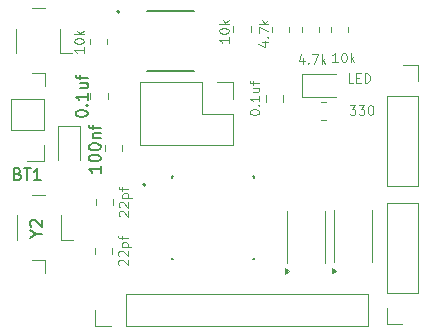
<source format=gbr>
%TF.GenerationSoftware,KiCad,Pcbnew,9.0.2*%
%TF.CreationDate,2025-07-25T22:05:18+05:30*%
%TF.ProjectId,mcu,6d63752e-6b69-4636-9164-5f7063625858,rev?*%
%TF.SameCoordinates,Original*%
%TF.FileFunction,Legend,Top*%
%TF.FilePolarity,Positive*%
%FSLAX46Y46*%
G04 Gerber Fmt 4.6, Leading zero omitted, Abs format (unit mm)*
G04 Created by KiCad (PCBNEW 9.0.2) date 2025-07-25 22:05:18*
%MOMM*%
%LPD*%
G01*
G04 APERTURE LIST*
%ADD10C,0.090000*%
%ADD11C,0.150000*%
%ADD12C,0.120000*%
%ADD13C,0.127000*%
%ADD14C,0.200000*%
G04 APERTURE END LIST*
D10*
X113235415Y-102136190D02*
X113235415Y-102593333D01*
X113235415Y-102364761D02*
X112435415Y-102364761D01*
X112435415Y-102364761D02*
X112549700Y-102440952D01*
X112549700Y-102440952D02*
X112625891Y-102517142D01*
X112625891Y-102517142D02*
X112663986Y-102593333D01*
X112435415Y-101640951D02*
X112435415Y-101564761D01*
X112435415Y-101564761D02*
X112473510Y-101488570D01*
X112473510Y-101488570D02*
X112511605Y-101450475D01*
X112511605Y-101450475D02*
X112587796Y-101412380D01*
X112587796Y-101412380D02*
X112740177Y-101374285D01*
X112740177Y-101374285D02*
X112930653Y-101374285D01*
X112930653Y-101374285D02*
X113083034Y-101412380D01*
X113083034Y-101412380D02*
X113159224Y-101450475D01*
X113159224Y-101450475D02*
X113197320Y-101488570D01*
X113197320Y-101488570D02*
X113235415Y-101564761D01*
X113235415Y-101564761D02*
X113235415Y-101640951D01*
X113235415Y-101640951D02*
X113197320Y-101717142D01*
X113197320Y-101717142D02*
X113159224Y-101755237D01*
X113159224Y-101755237D02*
X113083034Y-101793332D01*
X113083034Y-101793332D02*
X112930653Y-101831428D01*
X112930653Y-101831428D02*
X112740177Y-101831428D01*
X112740177Y-101831428D02*
X112587796Y-101793332D01*
X112587796Y-101793332D02*
X112511605Y-101755237D01*
X112511605Y-101755237D02*
X112473510Y-101717142D01*
X112473510Y-101717142D02*
X112435415Y-101640951D01*
X113235415Y-101031427D02*
X112435415Y-101031427D01*
X112930653Y-100955237D02*
X113235415Y-100726665D01*
X112702081Y-100726665D02*
X113006843Y-101031427D01*
X116022081Y-102552856D02*
X116555415Y-102552856D01*
X115717320Y-102743332D02*
X116288748Y-102933809D01*
X116288748Y-102933809D02*
X116288748Y-102438570D01*
X116479224Y-102133808D02*
X116517320Y-102095713D01*
X116517320Y-102095713D02*
X116555415Y-102133808D01*
X116555415Y-102133808D02*
X116517320Y-102171904D01*
X116517320Y-102171904D02*
X116479224Y-102133808D01*
X116479224Y-102133808D02*
X116555415Y-102133808D01*
X115755415Y-101829047D02*
X115755415Y-101295713D01*
X115755415Y-101295713D02*
X116555415Y-101638571D01*
X116555415Y-100990951D02*
X115755415Y-100990951D01*
X116250653Y-100914761D02*
X116555415Y-100686189D01*
X116022081Y-100686189D02*
X116326843Y-100990951D01*
D11*
X102364819Y-113044762D02*
X102364819Y-113616190D01*
X102364819Y-113330476D02*
X101364819Y-113330476D01*
X101364819Y-113330476D02*
X101507676Y-113425714D01*
X101507676Y-113425714D02*
X101602914Y-113520952D01*
X101602914Y-113520952D02*
X101650533Y-113616190D01*
X101364819Y-112425714D02*
X101364819Y-112330476D01*
X101364819Y-112330476D02*
X101412438Y-112235238D01*
X101412438Y-112235238D02*
X101460057Y-112187619D01*
X101460057Y-112187619D02*
X101555295Y-112140000D01*
X101555295Y-112140000D02*
X101745771Y-112092381D01*
X101745771Y-112092381D02*
X101983866Y-112092381D01*
X101983866Y-112092381D02*
X102174342Y-112140000D01*
X102174342Y-112140000D02*
X102269580Y-112187619D01*
X102269580Y-112187619D02*
X102317200Y-112235238D01*
X102317200Y-112235238D02*
X102364819Y-112330476D01*
X102364819Y-112330476D02*
X102364819Y-112425714D01*
X102364819Y-112425714D02*
X102317200Y-112520952D01*
X102317200Y-112520952D02*
X102269580Y-112568571D01*
X102269580Y-112568571D02*
X102174342Y-112616190D01*
X102174342Y-112616190D02*
X101983866Y-112663809D01*
X101983866Y-112663809D02*
X101745771Y-112663809D01*
X101745771Y-112663809D02*
X101555295Y-112616190D01*
X101555295Y-112616190D02*
X101460057Y-112568571D01*
X101460057Y-112568571D02*
X101412438Y-112520952D01*
X101412438Y-112520952D02*
X101364819Y-112425714D01*
X101364819Y-111473333D02*
X101364819Y-111378095D01*
X101364819Y-111378095D02*
X101412438Y-111282857D01*
X101412438Y-111282857D02*
X101460057Y-111235238D01*
X101460057Y-111235238D02*
X101555295Y-111187619D01*
X101555295Y-111187619D02*
X101745771Y-111140000D01*
X101745771Y-111140000D02*
X101983866Y-111140000D01*
X101983866Y-111140000D02*
X102174342Y-111187619D01*
X102174342Y-111187619D02*
X102269580Y-111235238D01*
X102269580Y-111235238D02*
X102317200Y-111282857D01*
X102317200Y-111282857D02*
X102364819Y-111378095D01*
X102364819Y-111378095D02*
X102364819Y-111473333D01*
X102364819Y-111473333D02*
X102317200Y-111568571D01*
X102317200Y-111568571D02*
X102269580Y-111616190D01*
X102269580Y-111616190D02*
X102174342Y-111663809D01*
X102174342Y-111663809D02*
X101983866Y-111711428D01*
X101983866Y-111711428D02*
X101745771Y-111711428D01*
X101745771Y-111711428D02*
X101555295Y-111663809D01*
X101555295Y-111663809D02*
X101460057Y-111616190D01*
X101460057Y-111616190D02*
X101412438Y-111568571D01*
X101412438Y-111568571D02*
X101364819Y-111473333D01*
X101698152Y-110711428D02*
X102364819Y-110711428D01*
X101793390Y-110711428D02*
X101745771Y-110663809D01*
X101745771Y-110663809D02*
X101698152Y-110568571D01*
X101698152Y-110568571D02*
X101698152Y-110425714D01*
X101698152Y-110425714D02*
X101745771Y-110330476D01*
X101745771Y-110330476D02*
X101841009Y-110282857D01*
X101841009Y-110282857D02*
X102364819Y-110282857D01*
X101698152Y-109949523D02*
X101698152Y-109568571D01*
X102364819Y-109806666D02*
X101507676Y-109806666D01*
X101507676Y-109806666D02*
X101412438Y-109759047D01*
X101412438Y-109759047D02*
X101364819Y-109663809D01*
X101364819Y-109663809D02*
X101364819Y-109568571D01*
D10*
X119527143Y-103872081D02*
X119527143Y-104405415D01*
X119336667Y-103567320D02*
X119146190Y-104138748D01*
X119146190Y-104138748D02*
X119641429Y-104138748D01*
X119946191Y-104329224D02*
X119984286Y-104367320D01*
X119984286Y-104367320D02*
X119946191Y-104405415D01*
X119946191Y-104405415D02*
X119908095Y-104367320D01*
X119908095Y-104367320D02*
X119946191Y-104329224D01*
X119946191Y-104329224D02*
X119946191Y-104405415D01*
X120250952Y-103605415D02*
X120784286Y-103605415D01*
X120784286Y-103605415D02*
X120441428Y-104405415D01*
X121089048Y-104405415D02*
X121089048Y-103605415D01*
X121165238Y-104100653D02*
X121393810Y-104405415D01*
X121393810Y-103872081D02*
X121089048Y-104176843D01*
X103961605Y-121432500D02*
X103923510Y-121394404D01*
X103923510Y-121394404D02*
X103885415Y-121318214D01*
X103885415Y-121318214D02*
X103885415Y-121127738D01*
X103885415Y-121127738D02*
X103923510Y-121051547D01*
X103923510Y-121051547D02*
X103961605Y-121013452D01*
X103961605Y-121013452D02*
X104037796Y-120975357D01*
X104037796Y-120975357D02*
X104113986Y-120975357D01*
X104113986Y-120975357D02*
X104228272Y-121013452D01*
X104228272Y-121013452D02*
X104685415Y-121470595D01*
X104685415Y-121470595D02*
X104685415Y-120975357D01*
X103961605Y-120670595D02*
X103923510Y-120632499D01*
X103923510Y-120632499D02*
X103885415Y-120556309D01*
X103885415Y-120556309D02*
X103885415Y-120365833D01*
X103885415Y-120365833D02*
X103923510Y-120289642D01*
X103923510Y-120289642D02*
X103961605Y-120251547D01*
X103961605Y-120251547D02*
X104037796Y-120213452D01*
X104037796Y-120213452D02*
X104113986Y-120213452D01*
X104113986Y-120213452D02*
X104228272Y-120251547D01*
X104228272Y-120251547D02*
X104685415Y-120708690D01*
X104685415Y-120708690D02*
X104685415Y-120213452D01*
X104152081Y-119870594D02*
X104952081Y-119870594D01*
X104190177Y-119870594D02*
X104152081Y-119794404D01*
X104152081Y-119794404D02*
X104152081Y-119642023D01*
X104152081Y-119642023D02*
X104190177Y-119565832D01*
X104190177Y-119565832D02*
X104228272Y-119527737D01*
X104228272Y-119527737D02*
X104304462Y-119489642D01*
X104304462Y-119489642D02*
X104533034Y-119489642D01*
X104533034Y-119489642D02*
X104609224Y-119527737D01*
X104609224Y-119527737D02*
X104647320Y-119565832D01*
X104647320Y-119565832D02*
X104685415Y-119642023D01*
X104685415Y-119642023D02*
X104685415Y-119794404D01*
X104685415Y-119794404D02*
X104647320Y-119870594D01*
X104152081Y-119261070D02*
X104152081Y-118956308D01*
X104685415Y-119146784D02*
X103999700Y-119146784D01*
X103999700Y-119146784D02*
X103923510Y-119108689D01*
X103923510Y-119108689D02*
X103885415Y-119032499D01*
X103885415Y-119032499D02*
X103885415Y-118956308D01*
X100925415Y-103006190D02*
X100925415Y-103463333D01*
X100925415Y-103234761D02*
X100125415Y-103234761D01*
X100125415Y-103234761D02*
X100239700Y-103310952D01*
X100239700Y-103310952D02*
X100315891Y-103387142D01*
X100315891Y-103387142D02*
X100353986Y-103463333D01*
X100125415Y-102510951D02*
X100125415Y-102434761D01*
X100125415Y-102434761D02*
X100163510Y-102358570D01*
X100163510Y-102358570D02*
X100201605Y-102320475D01*
X100201605Y-102320475D02*
X100277796Y-102282380D01*
X100277796Y-102282380D02*
X100430177Y-102244285D01*
X100430177Y-102244285D02*
X100620653Y-102244285D01*
X100620653Y-102244285D02*
X100773034Y-102282380D01*
X100773034Y-102282380D02*
X100849224Y-102320475D01*
X100849224Y-102320475D02*
X100887320Y-102358570D01*
X100887320Y-102358570D02*
X100925415Y-102434761D01*
X100925415Y-102434761D02*
X100925415Y-102510951D01*
X100925415Y-102510951D02*
X100887320Y-102587142D01*
X100887320Y-102587142D02*
X100849224Y-102625237D01*
X100849224Y-102625237D02*
X100773034Y-102663332D01*
X100773034Y-102663332D02*
X100620653Y-102701428D01*
X100620653Y-102701428D02*
X100430177Y-102701428D01*
X100430177Y-102701428D02*
X100277796Y-102663332D01*
X100277796Y-102663332D02*
X100201605Y-102625237D01*
X100201605Y-102625237D02*
X100163510Y-102587142D01*
X100163510Y-102587142D02*
X100125415Y-102510951D01*
X100925415Y-101901427D02*
X100125415Y-101901427D01*
X100620653Y-101825237D02*
X100925415Y-101596665D01*
X100392081Y-101596665D02*
X100696843Y-101901427D01*
X122453809Y-104255415D02*
X121996666Y-104255415D01*
X122225238Y-104255415D02*
X122225238Y-103455415D01*
X122225238Y-103455415D02*
X122149047Y-103569700D01*
X122149047Y-103569700D02*
X122072857Y-103645891D01*
X122072857Y-103645891D02*
X121996666Y-103683986D01*
X122949048Y-103455415D02*
X123025238Y-103455415D01*
X123025238Y-103455415D02*
X123101429Y-103493510D01*
X123101429Y-103493510D02*
X123139524Y-103531605D01*
X123139524Y-103531605D02*
X123177619Y-103607796D01*
X123177619Y-103607796D02*
X123215714Y-103760177D01*
X123215714Y-103760177D02*
X123215714Y-103950653D01*
X123215714Y-103950653D02*
X123177619Y-104103034D01*
X123177619Y-104103034D02*
X123139524Y-104179224D01*
X123139524Y-104179224D02*
X123101429Y-104217320D01*
X123101429Y-104217320D02*
X123025238Y-104255415D01*
X123025238Y-104255415D02*
X122949048Y-104255415D01*
X122949048Y-104255415D02*
X122872857Y-104217320D01*
X122872857Y-104217320D02*
X122834762Y-104179224D01*
X122834762Y-104179224D02*
X122796667Y-104103034D01*
X122796667Y-104103034D02*
X122758571Y-103950653D01*
X122758571Y-103950653D02*
X122758571Y-103760177D01*
X122758571Y-103760177D02*
X122796667Y-103607796D01*
X122796667Y-103607796D02*
X122834762Y-103531605D01*
X122834762Y-103531605D02*
X122872857Y-103493510D01*
X122872857Y-103493510D02*
X122949048Y-103455415D01*
X123558572Y-104255415D02*
X123558572Y-103455415D01*
X123634762Y-103950653D02*
X123863334Y-104255415D01*
X123863334Y-103722081D02*
X123558572Y-104026843D01*
X123451428Y-107925415D02*
X123946666Y-107925415D01*
X123946666Y-107925415D02*
X123680000Y-108230177D01*
X123680000Y-108230177D02*
X123794285Y-108230177D01*
X123794285Y-108230177D02*
X123870476Y-108268272D01*
X123870476Y-108268272D02*
X123908571Y-108306367D01*
X123908571Y-108306367D02*
X123946666Y-108382558D01*
X123946666Y-108382558D02*
X123946666Y-108573034D01*
X123946666Y-108573034D02*
X123908571Y-108649224D01*
X123908571Y-108649224D02*
X123870476Y-108687320D01*
X123870476Y-108687320D02*
X123794285Y-108725415D01*
X123794285Y-108725415D02*
X123565714Y-108725415D01*
X123565714Y-108725415D02*
X123489523Y-108687320D01*
X123489523Y-108687320D02*
X123451428Y-108649224D01*
X124213333Y-107925415D02*
X124708571Y-107925415D01*
X124708571Y-107925415D02*
X124441905Y-108230177D01*
X124441905Y-108230177D02*
X124556190Y-108230177D01*
X124556190Y-108230177D02*
X124632381Y-108268272D01*
X124632381Y-108268272D02*
X124670476Y-108306367D01*
X124670476Y-108306367D02*
X124708571Y-108382558D01*
X124708571Y-108382558D02*
X124708571Y-108573034D01*
X124708571Y-108573034D02*
X124670476Y-108649224D01*
X124670476Y-108649224D02*
X124632381Y-108687320D01*
X124632381Y-108687320D02*
X124556190Y-108725415D01*
X124556190Y-108725415D02*
X124327619Y-108725415D01*
X124327619Y-108725415D02*
X124251428Y-108687320D01*
X124251428Y-108687320D02*
X124213333Y-108649224D01*
X125203810Y-107925415D02*
X125280000Y-107925415D01*
X125280000Y-107925415D02*
X125356191Y-107963510D01*
X125356191Y-107963510D02*
X125394286Y-108001605D01*
X125394286Y-108001605D02*
X125432381Y-108077796D01*
X125432381Y-108077796D02*
X125470476Y-108230177D01*
X125470476Y-108230177D02*
X125470476Y-108420653D01*
X125470476Y-108420653D02*
X125432381Y-108573034D01*
X125432381Y-108573034D02*
X125394286Y-108649224D01*
X125394286Y-108649224D02*
X125356191Y-108687320D01*
X125356191Y-108687320D02*
X125280000Y-108725415D01*
X125280000Y-108725415D02*
X125203810Y-108725415D01*
X125203810Y-108725415D02*
X125127619Y-108687320D01*
X125127619Y-108687320D02*
X125089524Y-108649224D01*
X125089524Y-108649224D02*
X125051429Y-108573034D01*
X125051429Y-108573034D02*
X125013333Y-108420653D01*
X125013333Y-108420653D02*
X125013333Y-108230177D01*
X125013333Y-108230177D02*
X125051429Y-108077796D01*
X125051429Y-108077796D02*
X125089524Y-108001605D01*
X125089524Y-108001605D02*
X125127619Y-107963510D01*
X125127619Y-107963510D02*
X125203810Y-107925415D01*
X104001605Y-117310000D02*
X103963510Y-117271904D01*
X103963510Y-117271904D02*
X103925415Y-117195714D01*
X103925415Y-117195714D02*
X103925415Y-117005238D01*
X103925415Y-117005238D02*
X103963510Y-116929047D01*
X103963510Y-116929047D02*
X104001605Y-116890952D01*
X104001605Y-116890952D02*
X104077796Y-116852857D01*
X104077796Y-116852857D02*
X104153986Y-116852857D01*
X104153986Y-116852857D02*
X104268272Y-116890952D01*
X104268272Y-116890952D02*
X104725415Y-117348095D01*
X104725415Y-117348095D02*
X104725415Y-116852857D01*
X104001605Y-116548095D02*
X103963510Y-116509999D01*
X103963510Y-116509999D02*
X103925415Y-116433809D01*
X103925415Y-116433809D02*
X103925415Y-116243333D01*
X103925415Y-116243333D02*
X103963510Y-116167142D01*
X103963510Y-116167142D02*
X104001605Y-116129047D01*
X104001605Y-116129047D02*
X104077796Y-116090952D01*
X104077796Y-116090952D02*
X104153986Y-116090952D01*
X104153986Y-116090952D02*
X104268272Y-116129047D01*
X104268272Y-116129047D02*
X104725415Y-116586190D01*
X104725415Y-116586190D02*
X104725415Y-116090952D01*
X104192081Y-115748094D02*
X104992081Y-115748094D01*
X104230177Y-115748094D02*
X104192081Y-115671904D01*
X104192081Y-115671904D02*
X104192081Y-115519523D01*
X104192081Y-115519523D02*
X104230177Y-115443332D01*
X104230177Y-115443332D02*
X104268272Y-115405237D01*
X104268272Y-115405237D02*
X104344462Y-115367142D01*
X104344462Y-115367142D02*
X104573034Y-115367142D01*
X104573034Y-115367142D02*
X104649224Y-115405237D01*
X104649224Y-115405237D02*
X104687320Y-115443332D01*
X104687320Y-115443332D02*
X104725415Y-115519523D01*
X104725415Y-115519523D02*
X104725415Y-115671904D01*
X104725415Y-115671904D02*
X104687320Y-115748094D01*
X104192081Y-115138570D02*
X104192081Y-114833808D01*
X104725415Y-115024284D02*
X104039700Y-115024284D01*
X104039700Y-115024284D02*
X103963510Y-114986189D01*
X103963510Y-114986189D02*
X103925415Y-114909999D01*
X103925415Y-114909999D02*
X103925415Y-114833808D01*
X115005415Y-108529999D02*
X115005415Y-108453809D01*
X115005415Y-108453809D02*
X115043510Y-108377618D01*
X115043510Y-108377618D02*
X115081605Y-108339523D01*
X115081605Y-108339523D02*
X115157796Y-108301428D01*
X115157796Y-108301428D02*
X115310177Y-108263333D01*
X115310177Y-108263333D02*
X115500653Y-108263333D01*
X115500653Y-108263333D02*
X115653034Y-108301428D01*
X115653034Y-108301428D02*
X115729224Y-108339523D01*
X115729224Y-108339523D02*
X115767320Y-108377618D01*
X115767320Y-108377618D02*
X115805415Y-108453809D01*
X115805415Y-108453809D02*
X115805415Y-108529999D01*
X115805415Y-108529999D02*
X115767320Y-108606190D01*
X115767320Y-108606190D02*
X115729224Y-108644285D01*
X115729224Y-108644285D02*
X115653034Y-108682380D01*
X115653034Y-108682380D02*
X115500653Y-108720476D01*
X115500653Y-108720476D02*
X115310177Y-108720476D01*
X115310177Y-108720476D02*
X115157796Y-108682380D01*
X115157796Y-108682380D02*
X115081605Y-108644285D01*
X115081605Y-108644285D02*
X115043510Y-108606190D01*
X115043510Y-108606190D02*
X115005415Y-108529999D01*
X115729224Y-107920475D02*
X115767320Y-107882380D01*
X115767320Y-107882380D02*
X115805415Y-107920475D01*
X115805415Y-107920475D02*
X115767320Y-107958571D01*
X115767320Y-107958571D02*
X115729224Y-107920475D01*
X115729224Y-107920475D02*
X115805415Y-107920475D01*
X115805415Y-107120476D02*
X115805415Y-107577619D01*
X115805415Y-107349047D02*
X115005415Y-107349047D01*
X115005415Y-107349047D02*
X115119700Y-107425238D01*
X115119700Y-107425238D02*
X115195891Y-107501428D01*
X115195891Y-107501428D02*
X115233986Y-107577619D01*
X115272081Y-106434761D02*
X115805415Y-106434761D01*
X115272081Y-106777618D02*
X115691129Y-106777618D01*
X115691129Y-106777618D02*
X115767320Y-106739523D01*
X115767320Y-106739523D02*
X115805415Y-106663333D01*
X115805415Y-106663333D02*
X115805415Y-106549047D01*
X115805415Y-106549047D02*
X115767320Y-106472856D01*
X115767320Y-106472856D02*
X115729224Y-106434761D01*
X115272081Y-106168094D02*
X115272081Y-105863332D01*
X115805415Y-106053808D02*
X115119700Y-106053808D01*
X115119700Y-106053808D02*
X115043510Y-106015713D01*
X115043510Y-106015713D02*
X115005415Y-105939523D01*
X115005415Y-105939523D02*
X115005415Y-105863332D01*
D11*
X95354285Y-113721009D02*
X95497142Y-113768628D01*
X95497142Y-113768628D02*
X95544761Y-113816247D01*
X95544761Y-113816247D02*
X95592380Y-113911485D01*
X95592380Y-113911485D02*
X95592380Y-114054342D01*
X95592380Y-114054342D02*
X95544761Y-114149580D01*
X95544761Y-114149580D02*
X95497142Y-114197200D01*
X95497142Y-114197200D02*
X95401904Y-114244819D01*
X95401904Y-114244819D02*
X95020952Y-114244819D01*
X95020952Y-114244819D02*
X95020952Y-113244819D01*
X95020952Y-113244819D02*
X95354285Y-113244819D01*
X95354285Y-113244819D02*
X95449523Y-113292438D01*
X95449523Y-113292438D02*
X95497142Y-113340057D01*
X95497142Y-113340057D02*
X95544761Y-113435295D01*
X95544761Y-113435295D02*
X95544761Y-113530533D01*
X95544761Y-113530533D02*
X95497142Y-113625771D01*
X95497142Y-113625771D02*
X95449523Y-113673390D01*
X95449523Y-113673390D02*
X95354285Y-113721009D01*
X95354285Y-113721009D02*
X95020952Y-113721009D01*
X95878095Y-113244819D02*
X96449523Y-113244819D01*
X96163809Y-114244819D02*
X96163809Y-113244819D01*
X97306666Y-114244819D02*
X96735238Y-114244819D01*
X97020952Y-114244819D02*
X97020952Y-113244819D01*
X97020952Y-113244819D02*
X96925714Y-113387676D01*
X96925714Y-113387676D02*
X96830476Y-113482914D01*
X96830476Y-113482914D02*
X96735238Y-113530533D01*
X96918628Y-118796190D02*
X97394819Y-118796190D01*
X96394819Y-119129523D02*
X96918628Y-118796190D01*
X96918628Y-118796190D02*
X96394819Y-118462857D01*
X96490057Y-118177142D02*
X96442438Y-118129523D01*
X96442438Y-118129523D02*
X96394819Y-118034285D01*
X96394819Y-118034285D02*
X96394819Y-117796190D01*
X96394819Y-117796190D02*
X96442438Y-117700952D01*
X96442438Y-117700952D02*
X96490057Y-117653333D01*
X96490057Y-117653333D02*
X96585295Y-117605714D01*
X96585295Y-117605714D02*
X96680533Y-117605714D01*
X96680533Y-117605714D02*
X96823390Y-117653333D01*
X96823390Y-117653333D02*
X97394819Y-118224761D01*
X97394819Y-118224761D02*
X97394819Y-117605714D01*
D10*
X123755714Y-105995415D02*
X123374762Y-105995415D01*
X123374762Y-105995415D02*
X123374762Y-105195415D01*
X124022381Y-105576367D02*
X124289047Y-105576367D01*
X124403333Y-105995415D02*
X124022381Y-105995415D01*
X124022381Y-105995415D02*
X124022381Y-105195415D01*
X124022381Y-105195415D02*
X124403333Y-105195415D01*
X124746191Y-105995415D02*
X124746191Y-105195415D01*
X124746191Y-105195415D02*
X124936667Y-105195415D01*
X124936667Y-105195415D02*
X125050953Y-105233510D01*
X125050953Y-105233510D02*
X125127143Y-105309700D01*
X125127143Y-105309700D02*
X125165238Y-105385891D01*
X125165238Y-105385891D02*
X125203334Y-105538272D01*
X125203334Y-105538272D02*
X125203334Y-105652558D01*
X125203334Y-105652558D02*
X125165238Y-105804939D01*
X125165238Y-105804939D02*
X125127143Y-105881129D01*
X125127143Y-105881129D02*
X125050953Y-105957320D01*
X125050953Y-105957320D02*
X124936667Y-105995415D01*
X124936667Y-105995415D02*
X124746191Y-105995415D01*
D11*
X100264819Y-108659999D02*
X100264819Y-108564761D01*
X100264819Y-108564761D02*
X100312438Y-108469523D01*
X100312438Y-108469523D02*
X100360057Y-108421904D01*
X100360057Y-108421904D02*
X100455295Y-108374285D01*
X100455295Y-108374285D02*
X100645771Y-108326666D01*
X100645771Y-108326666D02*
X100883866Y-108326666D01*
X100883866Y-108326666D02*
X101074342Y-108374285D01*
X101074342Y-108374285D02*
X101169580Y-108421904D01*
X101169580Y-108421904D02*
X101217200Y-108469523D01*
X101217200Y-108469523D02*
X101264819Y-108564761D01*
X101264819Y-108564761D02*
X101264819Y-108659999D01*
X101264819Y-108659999D02*
X101217200Y-108755237D01*
X101217200Y-108755237D02*
X101169580Y-108802856D01*
X101169580Y-108802856D02*
X101074342Y-108850475D01*
X101074342Y-108850475D02*
X100883866Y-108898094D01*
X100883866Y-108898094D02*
X100645771Y-108898094D01*
X100645771Y-108898094D02*
X100455295Y-108850475D01*
X100455295Y-108850475D02*
X100360057Y-108802856D01*
X100360057Y-108802856D02*
X100312438Y-108755237D01*
X100312438Y-108755237D02*
X100264819Y-108659999D01*
X101169580Y-107898094D02*
X101217200Y-107850475D01*
X101217200Y-107850475D02*
X101264819Y-107898094D01*
X101264819Y-107898094D02*
X101217200Y-107945713D01*
X101217200Y-107945713D02*
X101169580Y-107898094D01*
X101169580Y-107898094D02*
X101264819Y-107898094D01*
X101264819Y-106898095D02*
X101264819Y-107469523D01*
X101264819Y-107183809D02*
X100264819Y-107183809D01*
X100264819Y-107183809D02*
X100407676Y-107279047D01*
X100407676Y-107279047D02*
X100502914Y-107374285D01*
X100502914Y-107374285D02*
X100550533Y-107469523D01*
X100598152Y-106040952D02*
X101264819Y-106040952D01*
X100598152Y-106469523D02*
X101121961Y-106469523D01*
X101121961Y-106469523D02*
X101217200Y-106421904D01*
X101217200Y-106421904D02*
X101264819Y-106326666D01*
X101264819Y-106326666D02*
X101264819Y-106183809D01*
X101264819Y-106183809D02*
X101217200Y-106088571D01*
X101217200Y-106088571D02*
X101169580Y-106040952D01*
X100598152Y-105707618D02*
X100598152Y-105326666D01*
X101264819Y-105564761D02*
X100407676Y-105564761D01*
X100407676Y-105564761D02*
X100312438Y-105517142D01*
X100312438Y-105517142D02*
X100264819Y-105421904D01*
X100264819Y-105421904D02*
X100264819Y-105326666D01*
D12*
%TO.C,R5*%
X113605000Y-101667064D02*
X113605000Y-101212936D01*
X115075000Y-101667064D02*
X115075000Y-101212936D01*
%TO.C,J1*%
X101900000Y-126620000D02*
X101900000Y-125240000D01*
X103280000Y-126620000D02*
X101900000Y-126620000D01*
X104550000Y-123860000D02*
X124980000Y-123860000D01*
X104550000Y-126620000D02*
X104550000Y-123860000D01*
X104550000Y-126620000D02*
X124980000Y-126620000D01*
X124980000Y-126620000D02*
X124980000Y-123860000D01*
%TO.C,R7*%
X116885000Y-101717064D02*
X116885000Y-101262936D01*
X118355000Y-101717064D02*
X118355000Y-101262936D01*
%TO.C,C3*%
X102725000Y-111258748D02*
X102725000Y-111781252D01*
X104195000Y-111258748D02*
X104195000Y-111781252D01*
%TO.C,R3*%
X119435000Y-101717064D02*
X119435000Y-101262936D01*
X120905000Y-101717064D02*
X120905000Y-101262936D01*
%TO.C,C5*%
X101905000Y-120493752D02*
X101905000Y-119971248D01*
X103375000Y-120493752D02*
X103375000Y-119971248D01*
%TO.C,R4*%
X101475000Y-102302936D02*
X101475000Y-102757064D01*
X102945000Y-102302936D02*
X102945000Y-102757064D01*
%TO.C,R6*%
X121885000Y-101727064D02*
X121885000Y-101272936D01*
X123355000Y-101727064D02*
X123355000Y-101272936D01*
%TO.C,R2*%
X121497064Y-107665000D02*
X121042936Y-107665000D01*
X121497064Y-109135000D02*
X121042936Y-109135000D01*
%TO.C,Y1*%
X95230000Y-103495000D02*
X95230000Y-101415000D01*
X96550000Y-99695000D02*
X97630000Y-99695000D01*
X97630000Y-105215000D02*
X96550000Y-105215000D01*
X97630000Y-106265000D02*
X97630000Y-105215000D01*
X98950000Y-101415000D02*
X98950000Y-103495000D01*
X98950000Y-103495000D02*
X99950000Y-103495000D01*
%TO.C,D2*%
X98730000Y-109700000D02*
X98730000Y-112560000D01*
X100650000Y-109700000D02*
X98730000Y-109700000D01*
X100650000Y-112560000D02*
X100650000Y-109700000D01*
D13*
%TO.C,U3*%
X106310000Y-99960000D02*
X110310000Y-99960000D01*
X106310000Y-105000000D02*
X110310000Y-105000000D01*
D14*
X103965000Y-99985000D02*
G75*
G02*
X103765000Y-99985000I-100000J0D01*
G01*
X103765000Y-99985000D02*
G75*
G02*
X103965000Y-99985000I100000J0D01*
G01*
D12*
%TO.C,J4*%
X105740000Y-105960000D02*
X105740000Y-111260000D01*
X110930000Y-105960000D02*
X105740000Y-105960000D01*
X110930000Y-105960000D02*
X110930000Y-108610000D01*
X110930000Y-108610000D02*
X113580000Y-108610000D01*
X112200000Y-105960000D02*
X113580000Y-105960000D01*
X113580000Y-105960000D02*
X113580000Y-107340000D01*
X113580000Y-108610000D02*
X113580000Y-111260000D01*
X113580000Y-111260000D02*
X105740000Y-111260000D01*
%TO.C,C4*%
X101945000Y-116371252D02*
X101945000Y-115848748D01*
X103415000Y-116371252D02*
X103415000Y-115848748D01*
%TO.C,C1*%
X116385000Y-107068748D02*
X116385000Y-107591252D01*
X117855000Y-107068748D02*
X117855000Y-107591252D01*
D13*
%TO.C,U4*%
X108400000Y-113930000D02*
X108400000Y-114035000D01*
X108400000Y-113930000D02*
X108505000Y-113930000D01*
X108400000Y-120930000D02*
X108400000Y-120825000D01*
X108400000Y-120930000D02*
X108505000Y-120930000D01*
X115400000Y-113930000D02*
X115295000Y-113930000D01*
X115400000Y-113930000D02*
X115400000Y-114035000D01*
X115400000Y-120930000D02*
X115295000Y-120930000D01*
X115400000Y-120930000D02*
X115400000Y-120825000D01*
D14*
X106160000Y-114630000D02*
G75*
G02*
X105960000Y-114630000I-100000J0D01*
G01*
X105960000Y-114630000D02*
G75*
G02*
X106160000Y-114630000I100000J0D01*
G01*
D12*
%TO.C,BT1*%
X94780000Y-109985000D02*
X94780000Y-107335000D01*
X97540000Y-107335000D02*
X94780000Y-107335000D01*
X97540000Y-109985000D02*
X94780000Y-109985000D01*
X97540000Y-109985000D02*
X97540000Y-107335000D01*
X97540000Y-111255000D02*
X97540000Y-112635000D01*
X97540000Y-112635000D02*
X96160000Y-112635000D01*
%TO.C,J2*%
X126610000Y-107080000D02*
X126610000Y-114760000D01*
X126610000Y-107080000D02*
X129270000Y-107080000D01*
X126610000Y-114760000D02*
X129270000Y-114760000D01*
X127940000Y-104480000D02*
X129270000Y-104480000D01*
X129270000Y-104480000D02*
X129270000Y-105810000D01*
X129270000Y-107080000D02*
X129270000Y-114760000D01*
%TO.C,Y2*%
X95280000Y-119310000D02*
X95280000Y-117230000D01*
X96600000Y-115510000D02*
X97680000Y-115510000D01*
X97680000Y-121030000D02*
X96600000Y-121030000D01*
X97680000Y-122080000D02*
X97680000Y-121030000D01*
X99000000Y-117230000D02*
X99000000Y-119310000D01*
X99000000Y-119310000D02*
X100000000Y-119310000D01*
%TO.C,U1*%
X118145000Y-119047500D02*
X118145000Y-116847500D01*
X118145000Y-119047500D02*
X118145000Y-121247500D01*
X121365000Y-119047500D02*
X121365000Y-116847500D01*
X121365000Y-119047500D02*
X121365000Y-121247500D01*
X118320000Y-121947500D02*
X117990000Y-122187500D01*
X117990000Y-121707500D01*
X118320000Y-121947500D01*
G36*
X118320000Y-121947500D02*
G01*
X117990000Y-122187500D01*
X117990000Y-121707500D01*
X118320000Y-121947500D01*
G37*
%TO.C,U2*%
X122155000Y-118997500D02*
X122155000Y-116797500D01*
X122155000Y-118997500D02*
X122155000Y-121197500D01*
X125375000Y-118997500D02*
X125375000Y-116797500D01*
X125375000Y-118997500D02*
X125375000Y-121197500D01*
X122330000Y-121897500D02*
X122000000Y-122137500D01*
X122000000Y-121657500D01*
X122330000Y-121897500D01*
G36*
X122330000Y-121897500D02*
G01*
X122000000Y-122137500D01*
X122000000Y-121657500D01*
X122330000Y-121897500D01*
G37*
%TO.C,D1*%
X119412500Y-105300000D02*
X119412500Y-107220000D01*
X119412500Y-107220000D02*
X122272500Y-107220000D01*
X122272500Y-105300000D02*
X119412500Y-105300000D01*
%TO.C,C2*%
X101505000Y-107381252D02*
X101505000Y-106858748D01*
X102975000Y-107381252D02*
X102975000Y-106858748D01*
%TO.C,J3*%
X126580000Y-123840000D02*
X126580000Y-116160000D01*
X126580000Y-126440000D02*
X126580000Y-125110000D01*
X127910000Y-126440000D02*
X126580000Y-126440000D01*
X129240000Y-116160000D02*
X126580000Y-116160000D01*
X129240000Y-123840000D02*
X126580000Y-123840000D01*
X129240000Y-123840000D02*
X129240000Y-116160000D01*
%TD*%
M02*

</source>
